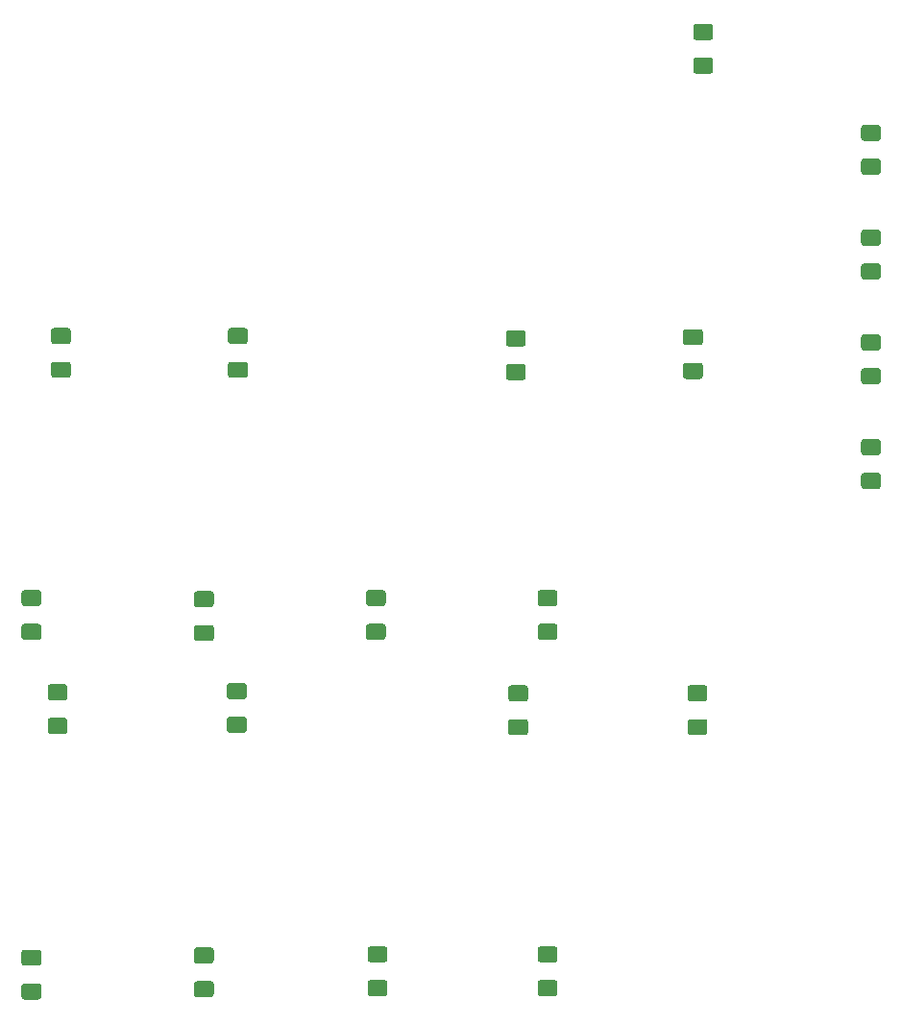
<source format=gbr>
%TF.GenerationSoftware,KiCad,Pcbnew,(5.1.6-0-10_14)*%
%TF.CreationDate,2020-08-30T22:56:52+02:00*%
%TF.ProjectId,sequencer-pcb,73657175-656e-4636-9572-2d7063622e6b,rev?*%
%TF.SameCoordinates,Original*%
%TF.FileFunction,Paste,Bot*%
%TF.FilePolarity,Positive*%
%FSLAX46Y46*%
G04 Gerber Fmt 4.6, Leading zero omitted, Abs format (unit mm)*
G04 Created by KiCad (PCBNEW (5.1.6-0-10_14)) date 2020-08-30 22:56:52*
%MOMM*%
%LPD*%
G01*
G04 APERTURE LIST*
G04 APERTURE END LIST*
%TO.C,R22*%
G36*
G01*
X187475000Y-82041666D02*
X188725000Y-82041666D01*
G75*
G02*
X188975000Y-82291666I0J-250000D01*
G01*
X188975000Y-83216666D01*
G75*
G02*
X188725000Y-83466666I-250000J0D01*
G01*
X187475000Y-83466666D01*
G75*
G02*
X187225000Y-83216666I0J250000D01*
G01*
X187225000Y-82291666D01*
G75*
G02*
X187475000Y-82041666I250000J0D01*
G01*
G37*
G36*
G01*
X187475000Y-79066666D02*
X188725000Y-79066666D01*
G75*
G02*
X188975000Y-79316666I0J-250000D01*
G01*
X188975000Y-80241666D01*
G75*
G02*
X188725000Y-80491666I-250000J0D01*
G01*
X187475000Y-80491666D01*
G75*
G02*
X187225000Y-80241666I0J250000D01*
G01*
X187225000Y-79316666D01*
G75*
G02*
X187475000Y-79066666I250000J0D01*
G01*
G37*
%TD*%
%TO.C,R21*%
G36*
G01*
X187475000Y-72808333D02*
X188725000Y-72808333D01*
G75*
G02*
X188975000Y-73058333I0J-250000D01*
G01*
X188975000Y-73983333D01*
G75*
G02*
X188725000Y-74233333I-250000J0D01*
G01*
X187475000Y-74233333D01*
G75*
G02*
X187225000Y-73983333I0J250000D01*
G01*
X187225000Y-73058333D01*
G75*
G02*
X187475000Y-72808333I250000J0D01*
G01*
G37*
G36*
G01*
X187475000Y-69833333D02*
X188725000Y-69833333D01*
G75*
G02*
X188975000Y-70083333I0J-250000D01*
G01*
X188975000Y-71008333D01*
G75*
G02*
X188725000Y-71258333I-250000J0D01*
G01*
X187475000Y-71258333D01*
G75*
G02*
X187225000Y-71008333I0J250000D01*
G01*
X187225000Y-70083333D01*
G75*
G02*
X187475000Y-69833333I250000J0D01*
G01*
G37*
%TD*%
%TO.C,R20*%
G36*
G01*
X172675000Y-54675000D02*
X173925000Y-54675000D01*
G75*
G02*
X174175000Y-54925000I0J-250000D01*
G01*
X174175000Y-55850000D01*
G75*
G02*
X173925000Y-56100000I-250000J0D01*
G01*
X172675000Y-56100000D01*
G75*
G02*
X172425000Y-55850000I0J250000D01*
G01*
X172425000Y-54925000D01*
G75*
G02*
X172675000Y-54675000I250000J0D01*
G01*
G37*
G36*
G01*
X172675000Y-51700000D02*
X173925000Y-51700000D01*
G75*
G02*
X174175000Y-51950000I0J-250000D01*
G01*
X174175000Y-52875000D01*
G75*
G02*
X173925000Y-53125000I-250000J0D01*
G01*
X172675000Y-53125000D01*
G75*
G02*
X172425000Y-52875000I0J250000D01*
G01*
X172425000Y-51950000D01*
G75*
G02*
X172675000Y-51700000I250000J0D01*
G01*
G37*
%TD*%
%TO.C,R19*%
G36*
G01*
X188725000Y-62025000D02*
X187475000Y-62025000D01*
G75*
G02*
X187225000Y-61775000I0J250000D01*
G01*
X187225000Y-60850000D01*
G75*
G02*
X187475000Y-60600000I250000J0D01*
G01*
X188725000Y-60600000D01*
G75*
G02*
X188975000Y-60850000I0J-250000D01*
G01*
X188975000Y-61775000D01*
G75*
G02*
X188725000Y-62025000I-250000J0D01*
G01*
G37*
G36*
G01*
X188725000Y-65000000D02*
X187475000Y-65000000D01*
G75*
G02*
X187225000Y-64750000I0J250000D01*
G01*
X187225000Y-63825000D01*
G75*
G02*
X187475000Y-63575000I250000J0D01*
G01*
X188725000Y-63575000D01*
G75*
G02*
X188975000Y-63825000I0J-250000D01*
G01*
X188975000Y-64750000D01*
G75*
G02*
X188725000Y-65000000I-250000J0D01*
G01*
G37*
%TD*%
%TO.C,R18*%
G36*
G01*
X187475000Y-91275000D02*
X188725000Y-91275000D01*
G75*
G02*
X188975000Y-91525000I0J-250000D01*
G01*
X188975000Y-92450000D01*
G75*
G02*
X188725000Y-92700000I-250000J0D01*
G01*
X187475000Y-92700000D01*
G75*
G02*
X187225000Y-92450000I0J250000D01*
G01*
X187225000Y-91525000D01*
G75*
G02*
X187475000Y-91275000I250000J0D01*
G01*
G37*
G36*
G01*
X187475000Y-88300000D02*
X188725000Y-88300000D01*
G75*
G02*
X188975000Y-88550000I0J-250000D01*
G01*
X188975000Y-89475000D01*
G75*
G02*
X188725000Y-89725000I-250000J0D01*
G01*
X187475000Y-89725000D01*
G75*
G02*
X187225000Y-89475000I0J250000D01*
G01*
X187225000Y-88550000D01*
G75*
G02*
X187475000Y-88300000I250000J0D01*
G01*
G37*
%TD*%
%TO.C,R17*%
G36*
G01*
X160225000Y-134425000D02*
X158975000Y-134425000D01*
G75*
G02*
X158725000Y-134175000I0J250000D01*
G01*
X158725000Y-133250000D01*
G75*
G02*
X158975000Y-133000000I250000J0D01*
G01*
X160225000Y-133000000D01*
G75*
G02*
X160475000Y-133250000I0J-250000D01*
G01*
X160475000Y-134175000D01*
G75*
G02*
X160225000Y-134425000I-250000J0D01*
G01*
G37*
G36*
G01*
X160225000Y-137400000D02*
X158975000Y-137400000D01*
G75*
G02*
X158725000Y-137150000I0J250000D01*
G01*
X158725000Y-136225000D01*
G75*
G02*
X158975000Y-135975000I250000J0D01*
G01*
X160225000Y-135975000D01*
G75*
G02*
X160475000Y-136225000I0J-250000D01*
G01*
X160475000Y-137150000D01*
G75*
G02*
X160225000Y-137400000I-250000J0D01*
G01*
G37*
%TD*%
%TO.C,R16*%
G36*
G01*
X143975000Y-135975000D02*
X145225000Y-135975000D01*
G75*
G02*
X145475000Y-136225000I0J-250000D01*
G01*
X145475000Y-137150000D01*
G75*
G02*
X145225000Y-137400000I-250000J0D01*
G01*
X143975000Y-137400000D01*
G75*
G02*
X143725000Y-137150000I0J250000D01*
G01*
X143725000Y-136225000D01*
G75*
G02*
X143975000Y-135975000I250000J0D01*
G01*
G37*
G36*
G01*
X143975000Y-133000000D02*
X145225000Y-133000000D01*
G75*
G02*
X145475000Y-133250000I0J-250000D01*
G01*
X145475000Y-134175000D01*
G75*
G02*
X145225000Y-134425000I-250000J0D01*
G01*
X143975000Y-134425000D01*
G75*
G02*
X143725000Y-134175000I0J250000D01*
G01*
X143725000Y-133250000D01*
G75*
G02*
X143975000Y-133000000I250000J0D01*
G01*
G37*
%TD*%
%TO.C,R15*%
G36*
G01*
X172175000Y-112975000D02*
X173425000Y-112975000D01*
G75*
G02*
X173675000Y-113225000I0J-250000D01*
G01*
X173675000Y-114150000D01*
G75*
G02*
X173425000Y-114400000I-250000J0D01*
G01*
X172175000Y-114400000D01*
G75*
G02*
X171925000Y-114150000I0J250000D01*
G01*
X171925000Y-113225000D01*
G75*
G02*
X172175000Y-112975000I250000J0D01*
G01*
G37*
G36*
G01*
X172175000Y-110000000D02*
X173425000Y-110000000D01*
G75*
G02*
X173675000Y-110250000I0J-250000D01*
G01*
X173675000Y-111175000D01*
G75*
G02*
X173425000Y-111425000I-250000J0D01*
G01*
X172175000Y-111425000D01*
G75*
G02*
X171925000Y-111175000I0J250000D01*
G01*
X171925000Y-110250000D01*
G75*
G02*
X172175000Y-110000000I250000J0D01*
G01*
G37*
%TD*%
%TO.C,R14*%
G36*
G01*
X157625000Y-111425000D02*
X156375000Y-111425000D01*
G75*
G02*
X156125000Y-111175000I0J250000D01*
G01*
X156125000Y-110250000D01*
G75*
G02*
X156375000Y-110000000I250000J0D01*
G01*
X157625000Y-110000000D01*
G75*
G02*
X157875000Y-110250000I0J-250000D01*
G01*
X157875000Y-111175000D01*
G75*
G02*
X157625000Y-111425000I-250000J0D01*
G01*
G37*
G36*
G01*
X157625000Y-114400000D02*
X156375000Y-114400000D01*
G75*
G02*
X156125000Y-114150000I0J250000D01*
G01*
X156125000Y-113225000D01*
G75*
G02*
X156375000Y-112975000I250000J0D01*
G01*
X157625000Y-112975000D01*
G75*
G02*
X157875000Y-113225000I0J-250000D01*
G01*
X157875000Y-114150000D01*
G75*
G02*
X157625000Y-114400000I-250000J0D01*
G01*
G37*
%TD*%
%TO.C,R13*%
G36*
G01*
X129925000Y-134525000D02*
X128675000Y-134525000D01*
G75*
G02*
X128425000Y-134275000I0J250000D01*
G01*
X128425000Y-133350000D01*
G75*
G02*
X128675000Y-133100000I250000J0D01*
G01*
X129925000Y-133100000D01*
G75*
G02*
X130175000Y-133350000I0J-250000D01*
G01*
X130175000Y-134275000D01*
G75*
G02*
X129925000Y-134525000I-250000J0D01*
G01*
G37*
G36*
G01*
X129925000Y-137500000D02*
X128675000Y-137500000D01*
G75*
G02*
X128425000Y-137250000I0J250000D01*
G01*
X128425000Y-136325000D01*
G75*
G02*
X128675000Y-136075000I250000J0D01*
G01*
X129925000Y-136075000D01*
G75*
G02*
X130175000Y-136325000I0J-250000D01*
G01*
X130175000Y-137250000D01*
G75*
G02*
X129925000Y-137500000I-250000J0D01*
G01*
G37*
%TD*%
%TO.C,R12*%
G36*
G01*
X113475000Y-136275000D02*
X114725000Y-136275000D01*
G75*
G02*
X114975000Y-136525000I0J-250000D01*
G01*
X114975000Y-137450000D01*
G75*
G02*
X114725000Y-137700000I-250000J0D01*
G01*
X113475000Y-137700000D01*
G75*
G02*
X113225000Y-137450000I0J250000D01*
G01*
X113225000Y-136525000D01*
G75*
G02*
X113475000Y-136275000I250000J0D01*
G01*
G37*
G36*
G01*
X113475000Y-133300000D02*
X114725000Y-133300000D01*
G75*
G02*
X114975000Y-133550000I0J-250000D01*
G01*
X114975000Y-134475000D01*
G75*
G02*
X114725000Y-134725000I-250000J0D01*
G01*
X113475000Y-134725000D01*
G75*
G02*
X113225000Y-134475000I0J250000D01*
G01*
X113225000Y-133550000D01*
G75*
G02*
X113475000Y-133300000I250000J0D01*
G01*
G37*
%TD*%
%TO.C,R11*%
G36*
G01*
X131575000Y-112775000D02*
X132825000Y-112775000D01*
G75*
G02*
X133075000Y-113025000I0J-250000D01*
G01*
X133075000Y-113950000D01*
G75*
G02*
X132825000Y-114200000I-250000J0D01*
G01*
X131575000Y-114200000D01*
G75*
G02*
X131325000Y-113950000I0J250000D01*
G01*
X131325000Y-113025000D01*
G75*
G02*
X131575000Y-112775000I250000J0D01*
G01*
G37*
G36*
G01*
X131575000Y-109800000D02*
X132825000Y-109800000D01*
G75*
G02*
X133075000Y-110050000I0J-250000D01*
G01*
X133075000Y-110975000D01*
G75*
G02*
X132825000Y-111225000I-250000J0D01*
G01*
X131575000Y-111225000D01*
G75*
G02*
X131325000Y-110975000I0J250000D01*
G01*
X131325000Y-110050000D01*
G75*
G02*
X131575000Y-109800000I250000J0D01*
G01*
G37*
%TD*%
%TO.C,R10*%
G36*
G01*
X117025000Y-111325000D02*
X115775000Y-111325000D01*
G75*
G02*
X115525000Y-111075000I0J250000D01*
G01*
X115525000Y-110150000D01*
G75*
G02*
X115775000Y-109900000I250000J0D01*
G01*
X117025000Y-109900000D01*
G75*
G02*
X117275000Y-110150000I0J-250000D01*
G01*
X117275000Y-111075000D01*
G75*
G02*
X117025000Y-111325000I-250000J0D01*
G01*
G37*
G36*
G01*
X117025000Y-114300000D02*
X115775000Y-114300000D01*
G75*
G02*
X115525000Y-114050000I0J250000D01*
G01*
X115525000Y-113125000D01*
G75*
G02*
X115775000Y-112875000I250000J0D01*
G01*
X117025000Y-112875000D01*
G75*
G02*
X117275000Y-113125000I0J-250000D01*
G01*
X117275000Y-114050000D01*
G75*
G02*
X117025000Y-114300000I-250000J0D01*
G01*
G37*
%TD*%
%TO.C,R8*%
G36*
G01*
X160225000Y-103025000D02*
X158975000Y-103025000D01*
G75*
G02*
X158725000Y-102775000I0J250000D01*
G01*
X158725000Y-101850000D01*
G75*
G02*
X158975000Y-101600000I250000J0D01*
G01*
X160225000Y-101600000D01*
G75*
G02*
X160475000Y-101850000I0J-250000D01*
G01*
X160475000Y-102775000D01*
G75*
G02*
X160225000Y-103025000I-250000J0D01*
G01*
G37*
G36*
G01*
X160225000Y-106000000D02*
X158975000Y-106000000D01*
G75*
G02*
X158725000Y-105750000I0J250000D01*
G01*
X158725000Y-104825000D01*
G75*
G02*
X158975000Y-104575000I250000J0D01*
G01*
X160225000Y-104575000D01*
G75*
G02*
X160475000Y-104825000I0J-250000D01*
G01*
X160475000Y-105750000D01*
G75*
G02*
X160225000Y-106000000I-250000J0D01*
G01*
G37*
%TD*%
%TO.C,R7*%
G36*
G01*
X143833000Y-104575000D02*
X145083000Y-104575000D01*
G75*
G02*
X145333000Y-104825000I0J-250000D01*
G01*
X145333000Y-105750000D01*
G75*
G02*
X145083000Y-106000000I-250000J0D01*
G01*
X143833000Y-106000000D01*
G75*
G02*
X143583000Y-105750000I0J250000D01*
G01*
X143583000Y-104825000D01*
G75*
G02*
X143833000Y-104575000I250000J0D01*
G01*
G37*
G36*
G01*
X143833000Y-101600000D02*
X145083000Y-101600000D01*
G75*
G02*
X145333000Y-101850000I0J-250000D01*
G01*
X145333000Y-102775000D01*
G75*
G02*
X145083000Y-103025000I-250000J0D01*
G01*
X143833000Y-103025000D01*
G75*
G02*
X143583000Y-102775000I0J250000D01*
G01*
X143583000Y-101850000D01*
G75*
G02*
X143833000Y-101600000I250000J0D01*
G01*
G37*
%TD*%
%TO.C,R6*%
G36*
G01*
X171775000Y-81575000D02*
X173025000Y-81575000D01*
G75*
G02*
X173275000Y-81825000I0J-250000D01*
G01*
X173275000Y-82750000D01*
G75*
G02*
X173025000Y-83000000I-250000J0D01*
G01*
X171775000Y-83000000D01*
G75*
G02*
X171525000Y-82750000I0J250000D01*
G01*
X171525000Y-81825000D01*
G75*
G02*
X171775000Y-81575000I250000J0D01*
G01*
G37*
G36*
G01*
X171775000Y-78600000D02*
X173025000Y-78600000D01*
G75*
G02*
X173275000Y-78850000I0J-250000D01*
G01*
X173275000Y-79775000D01*
G75*
G02*
X173025000Y-80025000I-250000J0D01*
G01*
X171775000Y-80025000D01*
G75*
G02*
X171525000Y-79775000I0J250000D01*
G01*
X171525000Y-78850000D01*
G75*
G02*
X171775000Y-78600000I250000J0D01*
G01*
G37*
%TD*%
%TO.C,R5*%
G36*
G01*
X157425000Y-80125000D02*
X156175000Y-80125000D01*
G75*
G02*
X155925000Y-79875000I0J250000D01*
G01*
X155925000Y-78950000D01*
G75*
G02*
X156175000Y-78700000I250000J0D01*
G01*
X157425000Y-78700000D01*
G75*
G02*
X157675000Y-78950000I0J-250000D01*
G01*
X157675000Y-79875000D01*
G75*
G02*
X157425000Y-80125000I-250000J0D01*
G01*
G37*
G36*
G01*
X157425000Y-83100000D02*
X156175000Y-83100000D01*
G75*
G02*
X155925000Y-82850000I0J250000D01*
G01*
X155925000Y-81925000D01*
G75*
G02*
X156175000Y-81675000I250000J0D01*
G01*
X157425000Y-81675000D01*
G75*
G02*
X157675000Y-81925000I0J-250000D01*
G01*
X157675000Y-82850000D01*
G75*
G02*
X157425000Y-83100000I-250000J0D01*
G01*
G37*
%TD*%
%TO.C,R4*%
G36*
G01*
X129925000Y-103125000D02*
X128675000Y-103125000D01*
G75*
G02*
X128425000Y-102875000I0J250000D01*
G01*
X128425000Y-101950000D01*
G75*
G02*
X128675000Y-101700000I250000J0D01*
G01*
X129925000Y-101700000D01*
G75*
G02*
X130175000Y-101950000I0J-250000D01*
G01*
X130175000Y-102875000D01*
G75*
G02*
X129925000Y-103125000I-250000J0D01*
G01*
G37*
G36*
G01*
X129925000Y-106100000D02*
X128675000Y-106100000D01*
G75*
G02*
X128425000Y-105850000I0J250000D01*
G01*
X128425000Y-104925000D01*
G75*
G02*
X128675000Y-104675000I250000J0D01*
G01*
X129925000Y-104675000D01*
G75*
G02*
X130175000Y-104925000I0J-250000D01*
G01*
X130175000Y-105850000D01*
G75*
G02*
X129925000Y-106100000I-250000J0D01*
G01*
G37*
%TD*%
%TO.C,R3*%
G36*
G01*
X113475000Y-104575000D02*
X114725000Y-104575000D01*
G75*
G02*
X114975000Y-104825000I0J-250000D01*
G01*
X114975000Y-105750000D01*
G75*
G02*
X114725000Y-106000000I-250000J0D01*
G01*
X113475000Y-106000000D01*
G75*
G02*
X113225000Y-105750000I0J250000D01*
G01*
X113225000Y-104825000D01*
G75*
G02*
X113475000Y-104575000I250000J0D01*
G01*
G37*
G36*
G01*
X113475000Y-101600000D02*
X114725000Y-101600000D01*
G75*
G02*
X114975000Y-101850000I0J-250000D01*
G01*
X114975000Y-102775000D01*
G75*
G02*
X114725000Y-103025000I-250000J0D01*
G01*
X113475000Y-103025000D01*
G75*
G02*
X113225000Y-102775000I0J250000D01*
G01*
X113225000Y-101850000D01*
G75*
G02*
X113475000Y-101600000I250000J0D01*
G01*
G37*
%TD*%
%TO.C,R2*%
G36*
G01*
X131675000Y-81475000D02*
X132925000Y-81475000D01*
G75*
G02*
X133175000Y-81725000I0J-250000D01*
G01*
X133175000Y-82650000D01*
G75*
G02*
X132925000Y-82900000I-250000J0D01*
G01*
X131675000Y-82900000D01*
G75*
G02*
X131425000Y-82650000I0J250000D01*
G01*
X131425000Y-81725000D01*
G75*
G02*
X131675000Y-81475000I250000J0D01*
G01*
G37*
G36*
G01*
X131675000Y-78500000D02*
X132925000Y-78500000D01*
G75*
G02*
X133175000Y-78750000I0J-250000D01*
G01*
X133175000Y-79675000D01*
G75*
G02*
X132925000Y-79925000I-250000J0D01*
G01*
X131675000Y-79925000D01*
G75*
G02*
X131425000Y-79675000I0J250000D01*
G01*
X131425000Y-78750000D01*
G75*
G02*
X131675000Y-78500000I250000J0D01*
G01*
G37*
%TD*%
%TO.C,R1*%
G36*
G01*
X117325000Y-79925000D02*
X116075000Y-79925000D01*
G75*
G02*
X115825000Y-79675000I0J250000D01*
G01*
X115825000Y-78750000D01*
G75*
G02*
X116075000Y-78500000I250000J0D01*
G01*
X117325000Y-78500000D01*
G75*
G02*
X117575000Y-78750000I0J-250000D01*
G01*
X117575000Y-79675000D01*
G75*
G02*
X117325000Y-79925000I-250000J0D01*
G01*
G37*
G36*
G01*
X117325000Y-82900000D02*
X116075000Y-82900000D01*
G75*
G02*
X115825000Y-82650000I0J250000D01*
G01*
X115825000Y-81725000D01*
G75*
G02*
X116075000Y-81475000I250000J0D01*
G01*
X117325000Y-81475000D01*
G75*
G02*
X117575000Y-81725000I0J-250000D01*
G01*
X117575000Y-82650000D01*
G75*
G02*
X117325000Y-82900000I-250000J0D01*
G01*
G37*
%TD*%
M02*

</source>
